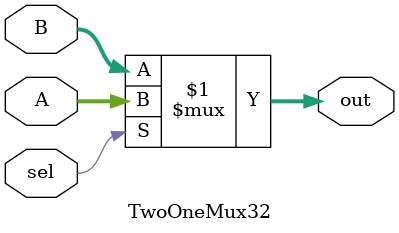
<source format=v>
`timescale 1ns / 1ps
module TwoOneMux32(
    input [31:0] A,
    input [31:0] B,
    input sel,
    output [31:0] out
    );

	assign out = (sel) ? A:B;
endmodule

</source>
